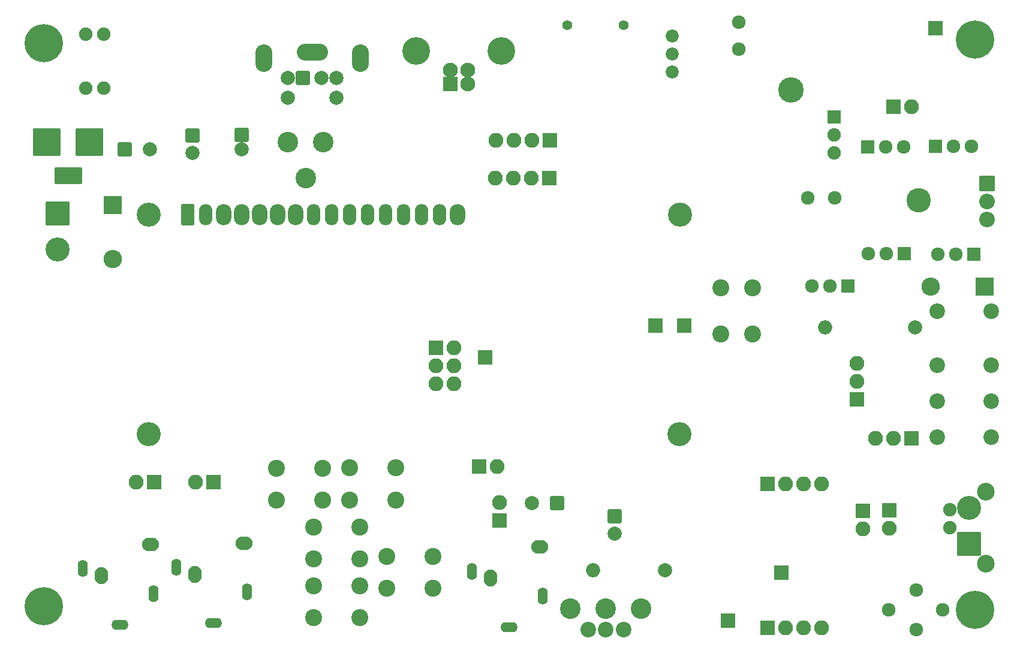
<source format=gbr>
%TF.GenerationSoftware,KiCad,Pcbnew,(6.0.11)*%
%TF.CreationDate,2023-06-17T11:37:52-05:00*%
%TF.ProjectId,LittleDX,4c697474-6c65-4445-982e-6b696361645f,rev?*%
%TF.SameCoordinates,Original*%
%TF.FileFunction,Soldermask,Bot*%
%TF.FilePolarity,Negative*%
%FSLAX46Y46*%
G04 Gerber Fmt 4.6, Leading zero omitted, Abs format (unit mm)*
G04 Created by KiCad (PCBNEW (6.0.11)) date 2023-06-17 11:37:52*
%MOMM*%
%LPD*%
G01*
G04 APERTURE LIST*
G04 Aperture macros list*
%AMRoundRect*
0 Rectangle with rounded corners*
0 $1 Rounding radius*
0 $2 $3 $4 $5 $6 $7 $8 $9 X,Y pos of 4 corners*
0 Add a 4 corners polygon primitive as box body*
4,1,4,$2,$3,$4,$5,$6,$7,$8,$9,$2,$3,0*
0 Add four circle primitives for the rounded corners*
1,1,$1+$1,$2,$3*
1,1,$1+$1,$4,$5*
1,1,$1+$1,$6,$7*
1,1,$1+$1,$8,$9*
0 Add four rect primitives between the rounded corners*
20,1,$1+$1,$2,$3,$4,$5,0*
20,1,$1+$1,$4,$5,$6,$7,0*
20,1,$1+$1,$6,$7,$8,$9,0*
20,1,$1+$1,$8,$9,$2,$3,0*%
G04 Aperture macros list end*
%ADD10RoundRect,0.200000X-0.800000X0.800000X-0.800000X-0.800000X0.800000X-0.800000X0.800000X0.800000X0*%
%ADD11C,2.000000*%
%ADD12RoundRect,0.200000X0.850000X-0.850000X0.850000X0.850000X-0.850000X0.850000X-0.850000X-0.850000X0*%
%ADD13O,2.100000X2.100000*%
%ADD14O,2.000000X2.000000*%
%ADD15C,2.400000*%
%ADD16O,2.200000X3.000000*%
%ADD17O,1.900000X3.000000*%
%ADD18RoundRect,0.200000X-0.750000X-1.300000X0.750000X-1.300000X0.750000X1.300000X-0.750000X1.300000X0*%
%ADD19C,3.400000*%
%ADD20RoundRect,0.200000X-1.100000X1.100000X-1.100000X-1.100000X1.100000X-1.100000X1.100000X1.100000X0*%
%ADD21O,2.600000X2.600000*%
%ADD22RoundRect,0.200000X-1.500000X1.500000X-1.500000X-1.500000X1.500000X-1.500000X1.500000X1.500000X0*%
%ADD23RoundRect,0.200000X-1.750000X-1.750000X1.750000X-1.750000X1.750000X1.750000X-1.750000X1.750000X0*%
%ADD24RoundRect,0.200000X-1.750000X-1.000000X1.750000X-1.000000X1.750000X1.000000X-1.750000X1.000000X0*%
%ADD25RoundRect,0.200000X-0.850000X-0.850000X0.850000X-0.850000X0.850000X0.850000X-0.850000X0.850000X0*%
%ADD26RoundRect,0.200000X0.760000X-0.760000X0.760000X0.760000X-0.760000X0.760000X-0.760000X-0.760000X0*%
%ADD27C,1.920000*%
%ADD28RoundRect,0.200000X-0.760000X0.760000X-0.760000X-0.760000X0.760000X-0.760000X0.760000X0.760000X0*%
%ADD29C,2.900000*%
%ADD30RoundRect,0.200000X0.850000X0.850000X-0.850000X0.850000X-0.850000X-0.850000X0.850000X-0.850000X0*%
%ADD31C,2.500000*%
%ADD32C,1.900000*%
%ADD33RoundRect,0.200000X1.500000X-1.500000X1.500000X1.500000X-1.500000X1.500000X-1.500000X-1.500000X0*%
%ADD34C,2.200000*%
%ADD35RoundRect,0.200000X-0.750000X0.750000X-0.750000X-0.750000X0.750000X-0.750000X0.750000X0.750000X0*%
%ADD36C,1.924000*%
%ADD37RoundRect,0.200000X-0.850000X0.850000X-0.850000X-0.850000X0.850000X-0.850000X0.850000X0.850000X0*%
%ADD38RoundRect,0.200000X0.800000X0.800000X-0.800000X0.800000X-0.800000X-0.800000X0.800000X-0.800000X0*%
%ADD39O,2.400000X3.900000*%
%ADD40O,4.400000X2.400000*%
%ADD41C,3.448000*%
%ADD42C,1.840000*%
%ADD43C,5.400000*%
%ADD44RoundRect,0.200000X1.100000X1.100000X-1.100000X1.100000X-1.100000X-1.100000X1.100000X-1.100000X0*%
%ADD45RoundRect,0.200000X-0.800000X-0.800000X0.800000X-0.800000X0.800000X0.800000X-0.800000X0.800000X0*%
%ADD46RoundRect,0.200000X-0.900000X0.900000X-0.900000X-0.900000X0.900000X-0.900000X0.900000X0.900000X0*%
%ADD47O,2.200000X2.200000*%
%ADD48O,2.400000X1.400000*%
%ADD49O,1.400000X2.400000*%
%ADD50O,1.900000X2.400000*%
%ADD51O,2.400000X1.900000*%
%ADD52C,3.600000*%
%ADD53C,2.100000*%
%ADD54C,3.900000*%
%ADD55C,1.400000*%
G04 APERTURE END LIST*
D10*
%TO.C,C19*%
X134625000Y-127775000D03*
D11*
X134625000Y-130275000D03*
%TD*%
D12*
%TO.C,J20*%
X115475000Y-120800000D03*
D13*
X118015000Y-120800000D03*
%TD*%
D11*
%TO.C,R41*%
X177075000Y-101100000D03*
D14*
X164375000Y-101100000D03*
%TD*%
D15*
%TO.C,SW2*%
X86925000Y-125525000D03*
X93425000Y-125525000D03*
X86925000Y-121025000D03*
X93425000Y-121025000D03*
%TD*%
D16*
%TO.C,DS1*%
X112430000Y-85230000D03*
D17*
X109890000Y-85230000D03*
X107350000Y-85230000D03*
X104810000Y-85230000D03*
X102270000Y-85230000D03*
X99730000Y-85230000D03*
X97190000Y-85230000D03*
X94650000Y-85230000D03*
X92110000Y-85230000D03*
D16*
X89570000Y-85230000D03*
X87030000Y-85230000D03*
X84490000Y-85230000D03*
X81950000Y-85230000D03*
X79410000Y-85230000D03*
D17*
X76870000Y-85230000D03*
D18*
X74330000Y-85230000D03*
D19*
X143829480Y-116230700D03*
X143830000Y-85230000D03*
X68830900Y-116230700D03*
X68830900Y-85230000D03*
%TD*%
D10*
%TO.C,C6*%
X75000000Y-74000000D03*
D11*
X75000000Y-76500000D03*
%TD*%
D10*
%TO.C,C22*%
X82000000Y-73968208D03*
D11*
X82000000Y-75968208D03*
%TD*%
D20*
%TO.C,D1*%
X63750000Y-83880000D03*
D21*
X63750000Y-91500000D03*
%TD*%
D22*
%TO.C,J1*%
X56000000Y-85000000D03*
D19*
X56000000Y-90080000D03*
%TD*%
D23*
%TO.C,J2*%
X60500000Y-75000000D03*
X54500000Y-75000000D03*
D24*
X57500000Y-79700000D03*
%TD*%
D25*
%TO.C,J5*%
X109400000Y-103975000D03*
D13*
X111940000Y-103975000D03*
X109400000Y-106515000D03*
X111940000Y-106515000D03*
X109400000Y-109055000D03*
X111940000Y-109055000D03*
%TD*%
D26*
%TO.C,Q3*%
X170350000Y-75630000D03*
D27*
X172890000Y-75630000D03*
X175430000Y-75630000D03*
%TD*%
D15*
%TO.C,SW1*%
X154142000Y-102056000D03*
X154142000Y-95556000D03*
X149642000Y-102056000D03*
X149642000Y-95556000D03*
%TD*%
%TO.C,SW3*%
X98650000Y-133825000D03*
X92150000Y-133825000D03*
X92150000Y-129325000D03*
X98650000Y-129325000D03*
%TD*%
%TO.C,SW4*%
X97225000Y-125475000D03*
X103725000Y-125475000D03*
X103725000Y-120975000D03*
X97225000Y-120975000D03*
%TD*%
%TO.C,SW5*%
X92125000Y-142125000D03*
X98625000Y-142125000D03*
X92125000Y-137625000D03*
X98625000Y-137625000D03*
%TD*%
D25*
%TO.C,J9*%
X116375000Y-105325000D03*
%TD*%
D28*
%TO.C,Q5*%
X185340000Y-90830000D03*
D27*
X182800000Y-90830000D03*
X180260000Y-90830000D03*
%TD*%
D28*
%TO.C,Q6*%
X175560000Y-90680000D03*
D27*
X173020000Y-90680000D03*
X170480000Y-90680000D03*
%TD*%
D26*
%TO.C,Q7*%
X179960000Y-75520000D03*
D27*
X182500000Y-75520000D03*
X185040000Y-75520000D03*
%TD*%
D29*
%TO.C,RV3*%
X93500000Y-75000000D03*
X91000000Y-80040000D03*
X88500000Y-75000000D03*
%TD*%
D30*
%TO.C,JP3*%
X168810000Y-111250000D03*
D13*
X168810000Y-108710000D03*
X168810000Y-106170000D03*
%TD*%
D25*
%TO.C,JP4*%
X169660000Y-126990000D03*
D13*
X169660000Y-129530000D03*
%TD*%
D31*
%TO.C,J12*%
X187025000Y-134505000D03*
X187025000Y-124345000D03*
D32*
X181945000Y-129425000D03*
D33*
X184673000Y-131711000D03*
D32*
X181945000Y-126885000D03*
D19*
X184673000Y-126631000D03*
%TD*%
D34*
%TO.C,RLY1*%
X187775000Y-98845000D03*
X187775000Y-106465000D03*
X187775000Y-111545000D03*
X187775000Y-116625000D03*
X180175000Y-98845000D03*
X180175000Y-106465000D03*
X180175000Y-111545000D03*
X180175000Y-116625000D03*
%TD*%
D35*
%TO.C,Q8*%
X165608000Y-71374000D03*
D32*
X165608000Y-73914000D03*
X165608000Y-76454000D03*
%TD*%
D12*
%TO.C,JP1*%
X174030000Y-70000000D03*
D13*
X176570000Y-70000000D03*
%TD*%
D25*
%TO.C,JP2*%
X173430000Y-126910000D03*
D13*
X173430000Y-129450000D03*
%TD*%
D36*
%TO.C,T3*%
X173355000Y-140970000D03*
X180975000Y-140970000D03*
X177228500Y-143764000D03*
X177228500Y-138176000D03*
%TD*%
D28*
%TO.C,Q9*%
X167575000Y-95250000D03*
D27*
X165035000Y-95250000D03*
X162495000Y-95250000D03*
%TD*%
D37*
%TO.C,JP7*%
X176560000Y-116780000D03*
D13*
X174020000Y-116780000D03*
X171480000Y-116780000D03*
%TD*%
D38*
%TO.C,P1*%
X90630000Y-65930000D03*
D11*
X93230000Y-65930000D03*
X88530000Y-65930000D03*
X95330000Y-65930000D03*
X88530000Y-68730000D03*
X95330000Y-68730000D03*
D39*
X85080000Y-63080000D03*
X98780000Y-63080000D03*
D40*
X91930000Y-62280000D03*
%TD*%
D41*
%TO.C,J13*%
X177600000Y-83200000D03*
%TD*%
D42*
%TO.C,RV4*%
X142790000Y-59940000D03*
X142790000Y-62480000D03*
X142790000Y-65020000D03*
%TD*%
D43*
%TO.C,J3*%
X54000000Y-61000000D03*
%TD*%
%TO.C,J4*%
X185500000Y-60500000D03*
%TD*%
%TO.C,J6*%
X185500000Y-141000000D03*
%TD*%
%TO.C,J7*%
X54000000Y-140500000D03*
%TD*%
D32*
%TO.C,T4*%
X60000000Y-67310000D03*
X60000000Y-59690000D03*
X62540000Y-67310000D03*
X62540000Y-59690000D03*
%TD*%
D44*
%TO.C,D6*%
X186880000Y-95330000D03*
D21*
X179260000Y-95330000D03*
%TD*%
D11*
%TO.C,L10*%
X141732000Y-135382000D03*
D14*
X131572000Y-135382000D03*
%TD*%
D25*
%TO.C,J14*%
X158220000Y-135730000D03*
%TD*%
%TO.C,J15*%
X150622000Y-142494000D03*
%TD*%
%TO.C,J16*%
X179900000Y-58900000D03*
%TD*%
D45*
%TO.C,C3*%
X65500000Y-76000000D03*
D11*
X69000000Y-76000000D03*
%TD*%
D36*
%TO.C,L4*%
X152146000Y-58039000D03*
X152146000Y-61849000D03*
%TD*%
%TO.C,L6*%
X161895000Y-82875000D03*
X165705000Y-82875000D03*
%TD*%
D46*
%TO.C,Q15*%
X187210000Y-80770000D03*
D47*
X187210000Y-83310000D03*
X187210000Y-85850000D03*
%TD*%
D34*
%TO.C,RV1*%
X135900000Y-143800000D03*
D29*
X138400000Y-140800000D03*
D34*
X133400000Y-143800000D03*
D29*
X133400000Y-140800000D03*
D34*
X130900000Y-143800000D03*
D29*
X128400000Y-140800000D03*
%TD*%
D25*
%TO.C,J10*%
X140410000Y-100830000D03*
%TD*%
D15*
%TO.C,SW6*%
X102475000Y-137950000D03*
X108975000Y-137950000D03*
X108975000Y-133450000D03*
X102475000Y-133450000D03*
%TD*%
D38*
%TO.C,C53*%
X126480000Y-125930000D03*
D11*
X122980000Y-125930000D03*
%TD*%
D13*
%TO.C,J17*%
X163830000Y-123190000D03*
X161290000Y-123190000D03*
X158750000Y-123190000D03*
D12*
X156210000Y-123190000D03*
%TD*%
%TO.C,J18*%
X156220000Y-143510000D03*
D13*
X158760000Y-143510000D03*
X161300000Y-143510000D03*
X163840000Y-143510000D03*
%TD*%
D48*
%TO.C,J19*%
X64770000Y-143080000D03*
D49*
X59570000Y-135180000D03*
D50*
X62170000Y-136180000D03*
D49*
X69570000Y-138680000D03*
D51*
X69070000Y-131780000D03*
%TD*%
D25*
%TO.C,J24*%
X144470000Y-100850000D03*
%TD*%
D52*
%TO.C,J23*%
X159512000Y-67564000D03*
%TD*%
D13*
%TO.C,J22*%
X118390000Y-125870000D03*
D30*
X118390000Y-128410000D03*
%TD*%
D37*
%TO.C,JP9*%
X77978000Y-122936000D03*
D13*
X75438000Y-122936000D03*
%TD*%
D37*
%TO.C,J25*%
X125420000Y-80010000D03*
D13*
X122880000Y-80010000D03*
X120340000Y-80010000D03*
X117800000Y-80010000D03*
%TD*%
D51*
%TO.C,J8*%
X124025000Y-132150000D03*
D49*
X124525000Y-139050000D03*
D50*
X117125000Y-136550000D03*
D49*
X114525000Y-135550000D03*
D48*
X119725000Y-143450000D03*
%TD*%
D37*
%TO.C,J27*%
X125476000Y-74676000D03*
D13*
X122936000Y-74676000D03*
X120396000Y-74676000D03*
X117856000Y-74676000D03*
%TD*%
D12*
%TO.C,J26*%
X111410000Y-66760000D03*
D53*
X113910000Y-66760000D03*
X113910000Y-64760000D03*
X111410000Y-64760000D03*
D54*
X118680000Y-62050000D03*
X106640000Y-62050000D03*
%TD*%
D55*
%TO.C,U7*%
X135930000Y-58430000D03*
X127930000Y-58430000D03*
%TD*%
D37*
%TO.C,JP6*%
X69596000Y-122936000D03*
D13*
X67056000Y-122936000D03*
%TD*%
D48*
%TO.C,J11*%
X77978000Y-142900000D03*
D49*
X72778000Y-135000000D03*
D50*
X75378000Y-136000000D03*
D49*
X82778000Y-138500000D03*
D51*
X82278000Y-131600000D03*
%TD*%
M02*

</source>
